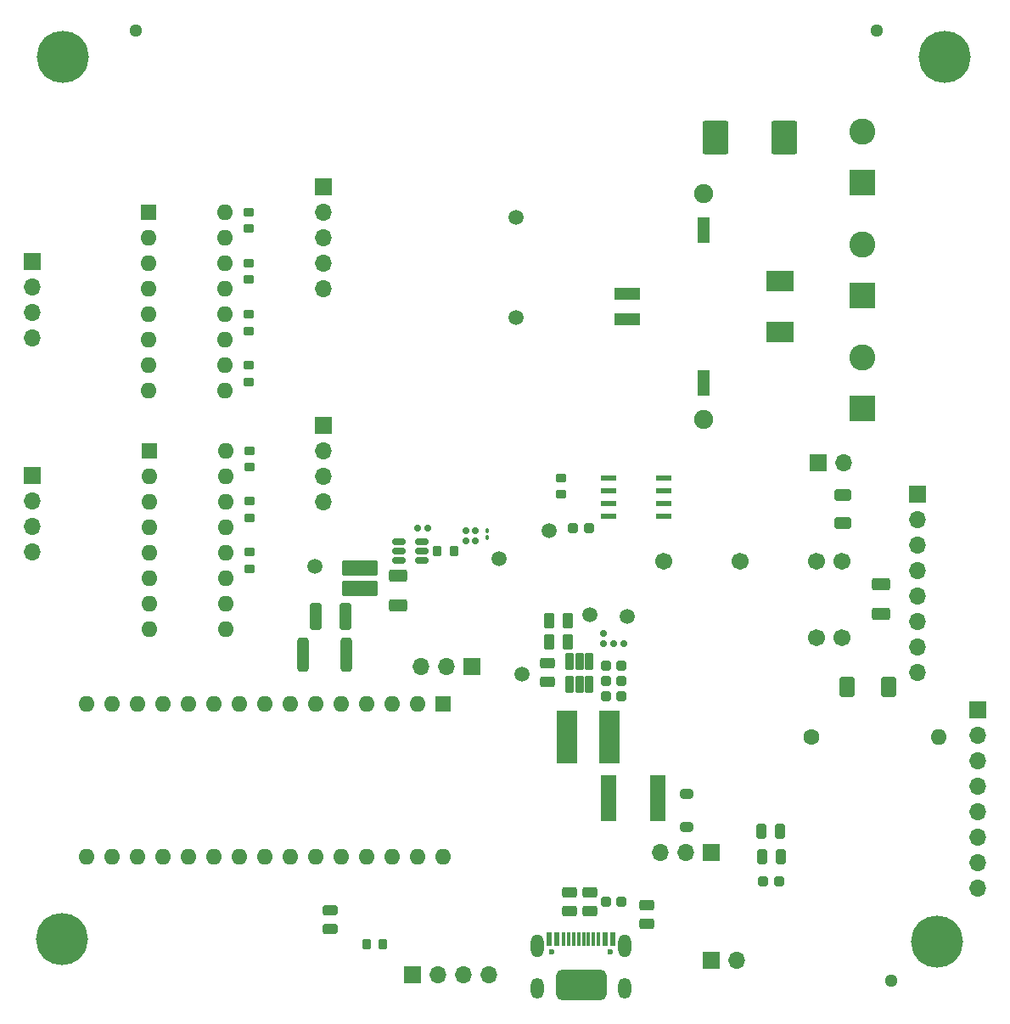
<source format=gts>
G04 #@! TF.GenerationSoftware,KiCad,Pcbnew,8.0.8*
G04 #@! TF.CreationDate,2026-01-14T14:22:45+11:00*
G04 #@! TF.ProjectId,robotv1,726f626f-7476-4312-9e6b-696361645f70,2*
G04 #@! TF.SameCoordinates,Original*
G04 #@! TF.FileFunction,Soldermask,Top*
G04 #@! TF.FilePolarity,Negative*
%FSLAX46Y46*%
G04 Gerber Fmt 4.6, Leading zero omitted, Abs format (unit mm)*
G04 Created by KiCad (PCBNEW 8.0.8) date 2026-01-14 14:22:45*
%MOMM*%
%LPD*%
G01*
G04 APERTURE LIST*
G04 Aperture macros list*
%AMRoundRect*
0 Rectangle with rounded corners*
0 $1 Rounding radius*
0 $2 $3 $4 $5 $6 $7 $8 $9 X,Y pos of 4 corners*
0 Add a 4 corners polygon primitive as box body*
4,1,4,$2,$3,$4,$5,$6,$7,$8,$9,$2,$3,0*
0 Add four circle primitives for the rounded corners*
1,1,$1+$1,$2,$3*
1,1,$1+$1,$4,$5*
1,1,$1+$1,$6,$7*
1,1,$1+$1,$8,$9*
0 Add four rect primitives between the rounded corners*
20,1,$1+$1,$2,$3,$4,$5,0*
20,1,$1+$1,$4,$5,$6,$7,0*
20,1,$1+$1,$6,$7,$8,$9,0*
20,1,$1+$1,$8,$9,$2,$3,0*%
G04 Aperture macros list end*
%ADD10RoundRect,0.244000X-0.244000X-0.269000X0.244000X-0.269000X0.244000X0.269000X-0.244000X0.269000X0*%
%ADD11R,1.700000X1.700000*%
%ADD12O,1.700000X1.700000*%
%ADD13RoundRect,0.219000X0.294000X-0.219000X0.294000X0.219000X-0.294000X0.219000X-0.294000X-0.219000X0*%
%ADD14RoundRect,0.266521X0.671479X-0.346479X0.671479X0.346479X-0.671479X0.346479X-0.671479X-0.346479X0*%
%ADD15C,0.600000*%
%ADD16R,0.300000X1.400000*%
%ADD17R,0.500000X1.400000*%
%ADD18O,1.300000X2.300000*%
%ADD19O,1.300000X2.100000*%
%ADD20C,0.500000*%
%ADD21RoundRect,0.500000X-2.000000X-1.000000X2.000000X-1.000000X2.000000X1.000000X-2.000000X1.000000X0*%
%ADD22C,1.296000*%
%ADD23RoundRect,0.244000X0.394000X-0.244000X0.394000X0.244000X-0.394000X0.244000X-0.394000X-0.244000X0*%
%ADD24RoundRect,0.250000X0.312500X1.450000X-0.312500X1.450000X-0.312500X-1.450000X0.312500X-1.450000X0*%
%ADD25RoundRect,0.266521X-0.671479X0.346479X-0.671479X-0.346479X0.671479X-0.346479X0.671479X0.346479X0*%
%ADD26RoundRect,0.261500X0.261500X0.476500X-0.261500X0.476500X-0.261500X-0.476500X0.261500X-0.476500X0*%
%ADD27RoundRect,0.102000X1.700000X-0.650000X1.700000X0.650000X-1.700000X0.650000X-1.700000X-0.650000X0*%
%ADD28RoundRect,0.159000X-0.189000X0.159000X-0.189000X-0.159000X0.189000X-0.159000X0.189000X0.159000X0*%
%ADD29C,1.500000*%
%ADD30RoundRect,0.261500X0.476500X-0.261500X0.476500X0.261500X-0.476500X0.261500X-0.476500X-0.261500X0*%
%ADD31RoundRect,0.269000X0.269000X0.494000X-0.269000X0.494000X-0.269000X-0.494000X0.269000X-0.494000X0*%
%ADD32R,1.600000X1.600000*%
%ADD33O,1.600000X1.600000*%
%ADD34RoundRect,0.102000X-0.950000X-2.550000X0.950000X-2.550000X0.950000X2.550000X-0.950000X2.550000X0*%
%ADD35RoundRect,0.267317X-0.470683X0.280683X-0.470683X-0.280683X0.470683X-0.280683X0.470683X0.280683X0*%
%ADD36RoundRect,0.287778X0.489222X0.714222X-0.489222X0.714222X-0.489222X-0.714222X0.489222X-0.714222X0*%
%ADD37RoundRect,0.159000X0.189000X-0.159000X0.189000X0.159000X-0.189000X0.159000X-0.189000X-0.159000X0*%
%ADD38RoundRect,0.100000X-0.100000X0.130000X-0.100000X-0.130000X0.100000X-0.130000X0.100000X0.130000X0*%
%ADD39RoundRect,0.239000X0.239000X0.274000X-0.239000X0.274000X-0.239000X-0.274000X0.239000X-0.274000X0*%
%ADD40RoundRect,0.099250X0.297750X-0.727750X0.297750X0.727750X-0.297750X0.727750X-0.297750X-0.727750X0*%
%ADD41C,1.512000*%
%ADD42RoundRect,0.159000X0.159000X0.189000X-0.159000X0.189000X-0.159000X-0.189000X0.159000X-0.189000X0*%
%ADD43R,2.600000X2.600000*%
%ADD44C,2.600000*%
%ADD45RoundRect,0.267273X0.570727X-0.320727X0.570727X0.320727X-0.570727X0.320727X-0.570727X-0.320727X0*%
%ADD46C,5.200000*%
%ADD47RoundRect,0.219000X-0.219000X-0.294000X0.219000X-0.294000X0.219000X0.294000X-0.219000X0.294000X0*%
%ADD48R,1.498600X4.597400*%
%ADD49RoundRect,0.250000X0.325000X1.100000X-0.325000X1.100000X-0.325000X-1.100000X0.325000X-1.100000X0*%
%ADD50R,1.600200X0.558800*%
%ADD51C,1.905000*%
%ADD52R,2.794000X2.032000*%
%ADD53R,2.540000X1.270000*%
%ADD54R,1.270000X2.540000*%
%ADD55C,1.600000*%
%ADD56RoundRect,0.257600X1.030400X-1.430400X1.030400X1.430400X-1.030400X1.430400X-1.030400X-1.430400X0*%
%ADD57RoundRect,0.150000X-0.512500X-0.150000X0.512500X-0.150000X0.512500X0.150000X-0.512500X0.150000X0*%
%ADD58RoundRect,0.269000X-0.494000X0.269000X-0.494000X-0.269000X0.494000X-0.269000X0.494000X0.269000X0*%
%ADD59C,1.701800*%
G04 APERTURE END LIST*
D10*
G04 #@! TO.C,C5*
X60815000Y31650000D03*
X62375000Y31650000D03*
G04 #@! TD*
D11*
G04 #@! TO.C,J7*
X32695000Y58630000D03*
D12*
X32695000Y56090000D03*
X32695000Y53550000D03*
X32695000Y51010000D03*
G04 #@! TD*
D13*
G04 #@! TO.C,RL3*
X25235000Y68080000D03*
X25235000Y69720000D03*
G04 #@! TD*
D14*
G04 #@! TO.C,C13*
X40095000Y40660000D03*
X40095000Y43620000D03*
G04 #@! TD*
D13*
G04 #@! TO.C,RL2*
X25235000Y73200000D03*
X25235000Y74840000D03*
G04 #@! TD*
D15*
G04 #@! TO.C,J10*
X55480000Y6190000D03*
X61260000Y6190000D03*
D16*
X57120000Y7390000D03*
X58120000Y7390000D03*
X58620000Y7390000D03*
X59620000Y7390000D03*
D17*
X60770000Y7390000D03*
X61570000Y7390000D03*
D16*
X60120000Y7390000D03*
X59120000Y7390000D03*
X57620000Y7390000D03*
X56620000Y7390000D03*
D17*
X55970000Y7390000D03*
X55170000Y7390000D03*
D18*
X54040000Y6710000D03*
D19*
X54040000Y2510000D03*
D20*
X56370000Y3890000D03*
X56370000Y1890000D03*
D21*
X58370000Y2890000D03*
D20*
X60370000Y3890000D03*
X60370000Y1890000D03*
D18*
X62700000Y6710000D03*
D19*
X62700000Y2510000D03*
G04 #@! TD*
D22*
G04 #@! TO.C,H3*
X87845000Y98000000D03*
G04 #@! TD*
D23*
G04 #@! TO.C,D6*
X68920000Y18640000D03*
X68920000Y21940000D03*
G04 #@! TD*
D10*
G04 #@! TO.C,C8*
X57595000Y48390000D03*
X59155000Y48390000D03*
G04 #@! TD*
G04 #@! TO.C,C3*
X60815000Y34650000D03*
X62375000Y34650000D03*
G04 #@! TD*
D13*
G04 #@! TO.C,RL5*
X25295000Y54490000D03*
X25295000Y56130000D03*
G04 #@! TD*
D24*
G04 #@! TO.C,F4*
X34932500Y35790000D03*
X30657500Y35790000D03*
G04 #@! TD*
D25*
G04 #@! TO.C,C1*
X88248500Y42810000D03*
X88248500Y39850000D03*
G04 #@! TD*
D26*
G04 #@! TO.C,D4*
X78285000Y15640000D03*
X76405000Y15640000D03*
G04 #@! TD*
D27*
G04 #@! TO.C,L2*
X36295000Y42365000D03*
X36295000Y44465000D03*
G04 #@! TD*
D28*
G04 #@! TO.C,R8*
X47845000Y48140000D03*
X47845000Y47140000D03*
G04 #@! TD*
D29*
G04 #@! TO.C,TP1*
X59220000Y39765000D03*
G04 #@! TD*
D11*
G04 #@! TO.C,J9*
X71395000Y16040000D03*
D12*
X68855000Y16040000D03*
X66315000Y16040000D03*
G04 #@! TD*
D30*
G04 #@! TO.C,D7*
X33345000Y8450000D03*
X33345000Y10330000D03*
G04 #@! TD*
D11*
G04 #@! TO.C,J2*
X91945000Y51815000D03*
D12*
X91945000Y49275000D03*
X91945000Y46735000D03*
X91945000Y44195000D03*
X91945000Y41655000D03*
X91945000Y39115000D03*
X91945000Y36575000D03*
X91945000Y34035000D03*
G04 #@! TD*
D29*
G04 #@! TO.C,TP3*
X62970000Y39640000D03*
G04 #@! TD*
D11*
G04 #@! TO.C,J5*
X3655000Y53680000D03*
D12*
X3655000Y51140000D03*
X3655000Y48600000D03*
X3655000Y46060000D03*
G04 #@! TD*
D31*
G04 #@! TO.C,C9*
X57045000Y39140000D03*
X55145000Y39140000D03*
G04 #@! TD*
D29*
G04 #@! TO.C,TP2*
X52470000Y33865000D03*
G04 #@! TD*
D31*
G04 #@! TO.C,C10*
X57045000Y37090000D03*
X55145000Y37090000D03*
G04 #@! TD*
D11*
G04 #@! TO.C,J6*
X32695000Y82450000D03*
D12*
X32695000Y79910000D03*
X32695000Y77370000D03*
X32695000Y74830000D03*
X32695000Y72290000D03*
G04 #@! TD*
D32*
G04 #@! TO.C,U2*
X15185000Y79920000D03*
D33*
X15185000Y77380000D03*
X15185000Y74840000D03*
X15185000Y72300000D03*
X15185000Y69760000D03*
X15185000Y67220000D03*
X15185000Y64680000D03*
X15185000Y62140000D03*
X22805000Y62140000D03*
X22805000Y64680000D03*
X22805000Y67220000D03*
X22805000Y69760000D03*
X22805000Y72300000D03*
X22805000Y74840000D03*
X22805000Y77380000D03*
X22805000Y79920000D03*
G04 #@! TD*
D34*
G04 #@! TO.C,L1*
X56970000Y27540000D03*
X61170000Y27540000D03*
G04 #@! TD*
D35*
G04 #@! TO.C,R2*
X59220000Y12060000D03*
X59220000Y10240000D03*
G04 #@! TD*
D36*
G04 #@! TO.C,S2*
X89073500Y32580000D03*
X84923500Y32580000D03*
G04 #@! TD*
D22*
G04 #@! TO.C,H2*
X89320000Y3290000D03*
G04 #@! TD*
D37*
G04 #@! TO.C,R9*
X46845000Y47140000D03*
X46845000Y48140000D03*
G04 #@! TD*
D11*
G04 #@! TO.C,J8*
X47475000Y34590000D03*
D12*
X44935000Y34590000D03*
X42395000Y34590000D03*
G04 #@! TD*
D38*
G04 #@! TO.C,C6*
X48995000Y48110000D03*
X48995000Y47470000D03*
G04 #@! TD*
D39*
G04 #@! TO.C,D5*
X78135000Y13140000D03*
X76555000Y13140000D03*
G04 #@! TD*
D40*
G04 #@! TO.C,U4*
X57240000Y32785000D03*
X58190000Y32785000D03*
X59140000Y32785000D03*
X59140000Y35095000D03*
X58190000Y35095000D03*
X57240000Y35095000D03*
G04 #@! TD*
D41*
G04 #@! TO.C,S1*
X51845000Y79390000D03*
X51845000Y69390000D03*
G04 #@! TD*
D42*
G04 #@! TO.C,R12*
X62595000Y36890000D03*
X61595000Y36890000D03*
G04 #@! TD*
D11*
G04 #@! TO.C,J14*
X97950000Y30265000D03*
D12*
X97950000Y27725000D03*
X97950000Y25185000D03*
X97950000Y22645000D03*
X97950000Y20105000D03*
X97950000Y17565000D03*
X97950000Y15025000D03*
X97950000Y12485000D03*
G04 #@! TD*
D22*
G04 #@! TO.C,H1*
X13970000Y98000000D03*
G04 #@! TD*
D43*
G04 #@! TO.C,J11*
X86400000Y82845000D03*
D44*
X86400000Y87925000D03*
G04 #@! TD*
D32*
G04 #@! TO.C,U3*
X15285000Y56140000D03*
D33*
X15285000Y53600000D03*
X15285000Y51060000D03*
X15285000Y48520000D03*
X15285000Y45980000D03*
X15285000Y43440000D03*
X15285000Y40900000D03*
X15285000Y38360000D03*
X22905000Y38360000D03*
X22905000Y40900000D03*
X22905000Y43440000D03*
X22905000Y45980000D03*
X22905000Y48520000D03*
X22905000Y51060000D03*
X22905000Y53600000D03*
X22905000Y56140000D03*
G04 #@! TD*
D45*
G04 #@! TO.C,D1*
X84498500Y48930000D03*
X84498500Y51730000D03*
G04 #@! TD*
D15*
G04 #@! TO.C,H5*
X91875000Y7150000D03*
X92465000Y8560000D03*
X92465000Y5740000D03*
X93875000Y9150000D03*
D46*
X93875000Y7150000D03*
D15*
X93875000Y5150000D03*
X95285000Y8560000D03*
X95285000Y5740000D03*
X95875000Y7150000D03*
G04 #@! TD*
D32*
G04 #@! TO.C,A1*
X44635000Y30890000D03*
D33*
X42095000Y30890000D03*
X39555000Y30890000D03*
X37015000Y30890000D03*
X34475000Y30890000D03*
X31935000Y30890000D03*
X29395000Y30890000D03*
X26855000Y30890000D03*
X24315000Y30890000D03*
X21775000Y30890000D03*
X19235000Y30890000D03*
X16695000Y30890000D03*
X14155000Y30890000D03*
X11615000Y30890000D03*
X9075000Y30890000D03*
X9075000Y15650000D03*
X11615000Y15650000D03*
X14155000Y15650000D03*
X16695000Y15650000D03*
X19235000Y15650000D03*
X21775000Y15650000D03*
X24315000Y15650000D03*
X26855000Y15650000D03*
X29395000Y15650000D03*
X31935000Y15650000D03*
X34475000Y15650000D03*
X37015000Y15650000D03*
X39555000Y15650000D03*
X42095000Y15650000D03*
X44635000Y15650000D03*
G04 #@! TD*
D47*
G04 #@! TO.C,R5*
X36955000Y6915000D03*
X38595000Y6915000D03*
G04 #@! TD*
D48*
G04 #@! TO.C,F2*
X61131950Y21463000D03*
X66031950Y21463000D03*
G04 #@! TD*
D13*
G04 #@! TO.C,R11*
X56395000Y51770000D03*
X56395000Y53410000D03*
G04 #@! TD*
D49*
G04 #@! TO.C,C7*
X34870000Y39590000D03*
X31920000Y39590000D03*
G04 #@! TD*
D11*
G04 #@! TO.C,J1*
X3655000Y74970000D03*
D12*
X3655000Y72430000D03*
X3655000Y69890000D03*
X3655000Y67350000D03*
G04 #@! TD*
D29*
G04 #@! TO.C,TP7*
X31795000Y44590000D03*
G04 #@! TD*
D35*
G04 #@! TO.C,R1*
X64920000Y10775000D03*
X64920000Y8955000D03*
G04 #@! TD*
D43*
G04 #@! TO.C,J12*
X86400000Y71595000D03*
D44*
X86400000Y76675000D03*
G04 #@! TD*
D50*
G04 #@! TO.C,U5*
X66595000Y49580000D03*
X66595000Y50850000D03*
X66595000Y52120000D03*
X66595000Y53390000D03*
X61083200Y53390000D03*
X61083200Y52120000D03*
X61083200Y50850000D03*
X61083200Y49580000D03*
G04 #@! TD*
D29*
G04 #@! TO.C,TP4*
X50195000Y45390000D03*
G04 #@! TD*
D13*
G04 #@! TO.C,RL1*
X25235000Y78280000D03*
X25235000Y79920000D03*
G04 #@! TD*
D47*
G04 #@! TO.C,R7*
X44025000Y46140000D03*
X45665000Y46140000D03*
G04 #@! TD*
D29*
G04 #@! TO.C,TP8*
X55195000Y48190000D03*
G04 #@! TD*
D10*
G04 #@! TO.C,C2*
X60815000Y11115000D03*
X62375000Y11115000D03*
G04 #@! TD*
D15*
G04 #@! TO.C,H6*
X92605000Y95400000D03*
X93195000Y96810000D03*
X93195000Y93990000D03*
X94605000Y97400000D03*
D46*
X94605000Y95400000D03*
D15*
X94605000Y93400000D03*
X96015000Y96810000D03*
X96015000Y93990000D03*
X96605000Y95400000D03*
G04 #@! TD*
G04 #@! TO.C,H7*
X4655000Y95375000D03*
X5245000Y96785000D03*
X5245000Y93965000D03*
X6655000Y97375000D03*
D46*
X6655000Y95375000D03*
D15*
X6655000Y93375000D03*
X8065000Y96785000D03*
X8065000Y93965000D03*
X8655000Y95375000D03*
G04 #@! TD*
D13*
G04 #@! TO.C,RL4*
X25235000Y63000000D03*
X25235000Y64640000D03*
G04 #@! TD*
D26*
G04 #@! TO.C,D3*
X78225000Y18140000D03*
X76345000Y18140000D03*
G04 #@! TD*
D10*
G04 #@! TO.C,C4*
X60815000Y33140000D03*
X62375000Y33140000D03*
G04 #@! TD*
D51*
G04 #@! TO.C,F1*
X70595000Y81770000D03*
X70595000Y59270000D03*
D52*
X78215000Y67980000D03*
X78215000Y73060000D03*
D53*
X62975000Y69250000D03*
X62975000Y71790000D03*
D54*
X70595000Y62900000D03*
X70595000Y78140000D03*
G04 #@! TD*
D55*
G04 #@! TO.C,R6*
X81325000Y27560000D03*
D33*
X94025000Y27560000D03*
G04 #@! TD*
D56*
G04 #@! TO.C,D2*
X71795000Y87390000D03*
X78595000Y87390000D03*
G04 #@! TD*
D57*
G04 #@! TO.C,U1*
X40207500Y47090000D03*
X40207500Y46140000D03*
X40207500Y45190000D03*
X42482500Y45190000D03*
X42482500Y46140000D03*
X42482500Y47090000D03*
G04 #@! TD*
D15*
G04 #@! TO.C,H4*
X4595000Y7390000D03*
X5185000Y8800000D03*
X5185000Y5980000D03*
X6595000Y9390000D03*
D46*
X6595000Y7390000D03*
D15*
X6595000Y5390000D03*
X8005000Y8800000D03*
X8005000Y5980000D03*
X8595000Y7390000D03*
G04 #@! TD*
D11*
G04 #@! TO.C,J4*
X82055000Y54890000D03*
D12*
X84595000Y54890000D03*
G04 #@! TD*
D42*
G04 #@! TO.C,C12*
X43095000Y48390000D03*
X42095000Y48390000D03*
G04 #@! TD*
D11*
G04 #@! TO.C,J15*
X41555000Y3890000D03*
D12*
X44095000Y3890000D03*
X46635000Y3890000D03*
X49175000Y3890000D03*
G04 #@! TD*
D37*
G04 #@! TO.C,R4*
X60595000Y36890000D03*
X60595000Y37890000D03*
G04 #@! TD*
D58*
G04 #@! TO.C,C11*
X54995000Y34940000D03*
X54995000Y33040000D03*
G04 #@! TD*
D43*
G04 #@! TO.C,J13*
X86400000Y60345000D03*
D44*
X86400000Y65425000D03*
G04 #@! TD*
D35*
G04 #@! TO.C,R3*
X57220000Y12060000D03*
X57220000Y10240000D03*
G04 #@! TD*
D11*
G04 #@! TO.C,J3*
X71395000Y5315000D03*
D12*
X73935000Y5315000D03*
G04 #@! TD*
D13*
G04 #@! TO.C,RL6*
X25295000Y49450000D03*
X25295000Y51090000D03*
G04 #@! TD*
G04 #@! TO.C,RL7*
X25295000Y44370000D03*
X25295000Y46010000D03*
G04 #@! TD*
D59*
G04 #@! TO.C,K2*
X84385000Y45140000D03*
X81845000Y45140000D03*
X74225000Y45140000D03*
X66605000Y45140000D03*
X81845000Y37520000D03*
X84385000Y37520000D03*
G04 #@! TD*
M02*

</source>
